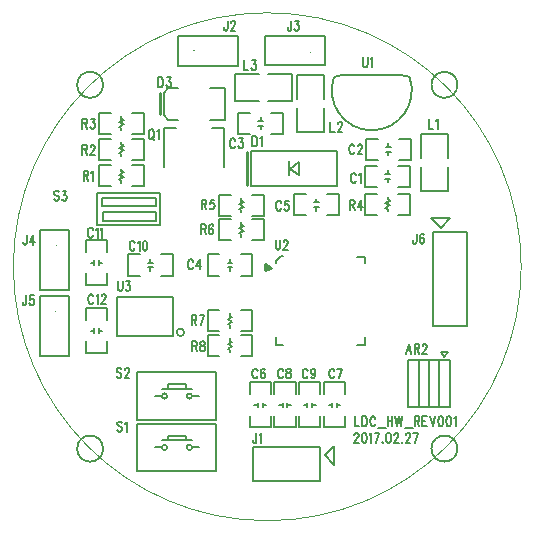
<source format=gbr>
*
*
G04 PADS 9.3 Build Number: 433611 generated Gerber (RS-274-X) file*
G04 PC Version=2.1*
*
%IN "LDC_HW_REV001.pcb"*%
*
%MOIN*%
*
%FSLAX35Y35*%
*
*
*
*
G04 PC Standard Apertures*
*
*
G04 Thermal Relief Aperture macro.*
%AMTER*
1,1,$1,0,0*
1,0,$1-$2,0,0*
21,0,$3,$4,0,0,45*
21,0,$3,$4,0,0,135*
%
*
*
G04 Annular Aperture macro.*
%AMANN*
1,1,$1,0,0*
1,0,$2,0,0*
%
*
*
G04 Odd Aperture macro.*
%AMODD*
1,1,$1,0,0*
1,0,$1-0.005,0,0*
%
*
*
G04 PC Custom Aperture Macros*
*
*
*
*
*
*
G04 PC Aperture Table*
*
%ADD010C,0.001*%
%ADD011C,0.005*%
%ADD035C,0.01*%
%ADD039C,0.00394*%
%ADD044C,0.00787*%
%ADD046C,0.00003*%
*
*
*
*
G04 PC Circuitry*
G04 Layer Name LDC_HW_REV001.pcb - circuitry*
%LPD*%
*
*
G04 PC Custom Flashes*
G04 Layer Name LDC_HW_REV001.pcb - flashes*
%LPD*%
*
*
G04 PC Circuitry*
G04 Layer Name LDC_HW_REV001.pcb - circuitry*
%LPD*%
*
G54D10*
G54D11*
G01X412874Y470551D02*
Y460827D01*
X392913*
Y470551*
X412874*
X412571Y449531D02*
Y457531D01*
X403571*
Y449531*
X412571Y446531D02*
Y438531D01*
X403571*
Y446531*
X400787Y424213D02*
Y428937D01*
X404331Y424276D02*
Y428708D01*
X401181Y426409*
X404331Y424276*
X416929Y420768D02*
X388189D01*
Y432382*
X416929*
Y420768*
X393823Y448846D02*
X401823D01*
Y457846*
X393823*
X390823Y448846D02*
X382823D01*
Y457846*
X390823*
X395079Y445079D02*
X399016D01*
Y437992*
X395079*
X387992D02*
X384055D01*
Y445079*
X387992*
X390748Y442323D02*
X392323D01*
X390748Y440748D02*
X392323D01*
X391535D02*
Y439567D01*
Y443504D02*
Y442323D01*
X411220Y322244D02*
X389071D01*
Y333661*
X411220*
Y322244*
X415945Y334055D02*
Y327756D01*
X412795Y330906*
X415945Y334055*
X453909Y429846D02*
Y437846D01*
X444909*
Y429846*
X453909Y426846D02*
Y418846D01*
X444909*
Y426846*
X437598Y436417D02*
X441535D01*
Y429331*
X437598*
X430512D02*
X426575D01*
Y436417*
X430512*
X433268Y433661D02*
X434843D01*
X433268Y432087D02*
X434843D01*
X434055D02*
Y430906D01*
Y434843D02*
Y433661D01*
X437402Y427362D02*
X441339D01*
Y420276*
X437402*
X430315D02*
X426378D01*
Y427362*
X430315*
X433071Y424606D02*
X434646D01*
X433071Y423031D02*
X434646D01*
X433858D02*
Y421850D01*
Y425787D02*
Y424606D01*
X350394Y341339D02*
X376772D01*
Y325591*
X350394*
Y341339*
X360329Y333465D02*
G75*
G03X360329I-880J0D01*
G01X368597D02*
G03X368597I-880J0D01*
G01X358661Y335827D02*
X368504D01*
X360630D02*
X366535D01*
Y337402*
X360630*
Y335827*
X356299Y333465D02*
X358661D01*
X368504D02*
X370866D01*
X350394Y358465D02*
X376772D01*
Y342717*
X350394*
Y358465*
X360329Y350591D02*
G03X360329I-880J0D01*
G01X368597D02*
G03X368597I-880J0D01*
G01X358661Y352953D02*
X368504D01*
X360630D02*
X366535D01*
Y354528*
X360630*
Y352953*
X356299Y350591D02*
X358661D01*
X368504D02*
X370866D01*
X362402Y370669D02*
X343504D01*
Y383661*
X362402*
Y370669*
X366009Y371850D02*
G03X366009I-1245J0D01*
G01X351181Y390748D02*
X347244D01*
Y397835*
X351181*
X358268D02*
X362205D01*
Y390748*
X358268*
X355512Y393504D02*
X353937D01*
X355512Y395079D02*
X353937D01*
X354724D02*
Y396260D01*
Y392323D02*
Y393504D01*
X333268Y398622D02*
Y402559D01*
X340354*
Y398622*
Y391535D02*
Y387598D01*
X333268*
Y391535*
X336024Y394291D02*
Y395866D01*
X337598Y394291D02*
Y395866D01*
Y395079D02*
X338780D01*
X334843D02*
X336024D01*
X333268Y375984D02*
Y379921D01*
X340354*
Y375984*
Y368898D02*
Y364961D01*
X333268*
Y368898*
X336024Y371654D02*
Y373228D01*
X337598Y371654D02*
Y373228D01*
Y372441D02*
X338780D01*
X334843D02*
X336024D01*
X318031Y405984D02*
X327756D01*
Y386024*
X318031*
Y405984*
X317835Y383937D02*
X327559D01*
Y363976*
X317835*
Y383937*
X384843Y371063D02*
X388780D01*
Y363976*
X384843*
X377756D02*
X373819D01*
Y371063*
X377756*
X381299Y365945D02*
Y365157D01*
Y369882D02*
Y369094D01*
X382087Y368701*
X380512Y367913*
X382087Y367126*
X380512Y366339*
X381299Y365945*
X384843Y379331D02*
X388780D01*
Y372244*
X384843*
X377756D02*
X373819D01*
Y379331*
X377756*
X381299Y374213D02*
Y373425D01*
Y378150D02*
Y377362D01*
X382087Y376969*
X380512Y376181*
X382087Y375394*
X380512Y374606*
X381299Y374213*
X358071Y418307D02*
Y407677D01*
X336811*
Y418307*
X358071*
X356496Y416732D02*
Y413976D01*
X338780*
Y416732*
X356496*
Y411811D02*
Y409055D01*
X338878*
Y411811*
X356496*
X388583Y417717D02*
X392520D01*
Y410630*
X388583*
X381496D02*
X377559D01*
Y417717*
X381496*
X385039Y412598D02*
Y411811D01*
Y416535D02*
Y415748D01*
X385827Y415354*
X384252Y414567*
X385827Y413780*
X384252Y412992*
X385039Y412598*
X388583Y409646D02*
X392520D01*
Y402559*
X388583*
X381496D02*
X377559D01*
Y409646*
X381496*
X385039Y404528D02*
Y403740D01*
Y408465D02*
Y407677D01*
X385827Y407283*
X384252Y406496*
X385827Y405709*
X384252Y404921*
X385039Y404528*
X460236Y405118D02*
Y374016D01*
X448819*
Y405118*
X460236*
X448425Y409843D02*
X454724D01*
X451575Y406693*
X448425Y409843*
X384843Y397835D02*
X388780D01*
Y390748*
X384843*
X377756D02*
X373819D01*
Y397835*
X377756*
X380512Y395079D02*
X382087D01*
X380512Y393504D02*
X382087D01*
X381299D02*
Y392323D01*
Y396260D02*
Y395079D01*
X430315Y411024D02*
X426378D01*
Y418110*
X430315*
X437402D02*
X441339D01*
Y411024*
X437402*
X433858Y416142D02*
Y416929D01*
Y412205D02*
Y412992D01*
X433071Y413386*
X434646Y414173*
X433071Y414961*
X434646Y415748*
X433858Y416142*
X454724Y362598D02*
X440551D01*
Y346850*
X454724*
Y362598*
X453788Y365214D02*
X452688Y363614D01*
X451588Y365214*
X453788*
X444438Y362598D02*
Y346850D01*
X450838Y362598D02*
Y346850D01*
X447638Y362598D02*
Y346850D01*
X413583Y417913D02*
X417520D01*
Y410827*
X413583*
X406496D02*
X402559D01*
Y417913*
X406496*
X409252Y415157D02*
X410827D01*
X409252Y413583D02*
X410827D01*
X410039D02*
Y412402D01*
Y416339D02*
Y415157D01*
X374491Y442781D02*
X379528D01*
Y453281*
X374491*
X364091Y442781D02*
X360752D01*
X359252Y444281*
Y451781*
X360752Y453281*
X364091*
X387795Y351181D02*
Y355118D01*
X394882*
Y351181*
Y344094D02*
Y340157D01*
X387795*
Y344094*
X390551Y346850D02*
Y348425D01*
X392126Y346850D02*
Y348425D01*
Y347638D02*
X393307D01*
X389370D02*
X390551D01*
X412598Y351181D02*
Y355118D01*
X419685*
Y351181*
Y344094D02*
Y340157D01*
X412598*
Y344094*
X415354Y346850D02*
Y348425D01*
X416929Y346850D02*
Y348425D01*
Y347638D02*
X418110D01*
X414173D02*
X415354D01*
X396063Y351181D02*
Y355118D01*
X403150*
Y351181*
Y344094D02*
Y340157D01*
X396063*
Y344094*
X398819Y346850D02*
Y348425D01*
X400394Y346850D02*
Y348425D01*
Y347638D02*
X401575D01*
X397638D02*
X398819D01*
X404331Y351181D02*
Y355118D01*
X411417*
Y351181*
Y344094D02*
Y340157D01*
X404331*
Y344094*
X407087Y346850D02*
Y348425D01*
X408661Y346850D02*
Y348425D01*
Y347638D02*
X409843D01*
X405906D02*
X407087D01*
X348622Y427559D02*
X352559D01*
Y420472*
X348622*
X341535D02*
X337598D01*
Y427559*
X341535*
X345079Y422441D02*
Y421654D01*
Y426378D02*
Y425591D01*
X345866Y425197*
X344291Y424409*
X345866Y423622*
X344291Y422835*
X345079Y422441*
X359291Y426874D02*
Y439874D01*
X363291*
X379291Y426874D02*
Y439874D01*
X375291*
X341535Y429331D02*
X337598D01*
Y436417*
X341535*
X348622D02*
X352559D01*
Y429331*
X348622*
X345079Y434449D02*
Y435236D01*
Y430512D02*
Y431299D01*
X344291Y431693*
X345866Y432480*
X344291Y433268*
X345866Y434055*
X345079Y434449*
X348622Y445079D02*
X352559D01*
Y437992*
X348622*
X341535D02*
X337598D01*
Y445079*
X341535*
X345079Y439961D02*
Y439173D01*
Y443898D02*
Y443110D01*
X345866Y442717*
X344291Y441929*
X345866Y441142*
X344291Y440354*
X345079Y439961*
X364094Y460748D02*
Y470472D01*
X384055*
Y460748*
X364094*
X338976Y454331D02*
G03X338976I-4330J0D01*
G01X457087D02*
G03X457087I-4331J0D01*
G01X338976Y333071D02*
G03X338976I-4330J0D01*
G01X457087D02*
G03X457087I-4331J0D01*
G01X418701Y457677D02*
X438386D01*
X441142Y456890*
X415940Y456875D02*
G03X441139Y456897I12603J-4364D01*
G01X415945Y456890D02*
X418701Y457677D01*
X401727Y475722D02*
Y473222D01*
X401613Y472753*
X401500Y472597*
X401272Y472441*
X401045*
X400818Y472597*
X400704Y472753*
X400591Y473222*
Y473535*
X402977Y475722D02*
X404227D01*
X403545Y474472*
X403886*
X404113Y474316*
X404227Y474160*
X404341Y473691*
Y473378*
X404227Y472910*
X404000Y472597*
X403659Y472441*
X403318*
X402977Y472597*
X402863Y472753*
X402750Y473066*
X414764Y442061D02*
Y438780D01*
X416127*
X417264Y441280D02*
Y441436D01*
X417377Y441748*
X417491Y441905*
X417718Y442061*
X418173*
X418400Y441905*
X418514Y441748*
X418627Y441436*
Y441123*
X418514Y440811*
X418287Y440342*
X417150Y438780*
X418741*
X388780Y437140D02*
Y433858D01*
Y437140D02*
X389575D01*
X389916Y436983*
X390143Y436671*
X390257Y436358*
X390370Y435890*
Y435108*
X390257Y434640*
X390143Y434327*
X389916Y434015*
X389575Y433858*
X388780*
X391393Y436515D02*
X391620Y436671D01*
X391961Y437140*
Y433858*
X386024Y462533D02*
Y459252D01*
X387387*
X388637Y462533D02*
X389887D01*
X389205Y461283*
X389546*
X389774Y461127*
X389887Y460971*
X390001Y460502*
Y460189*
X389887Y459721*
X389660Y459408*
X389319Y459252*
X388978*
X388637Y459408*
X388524Y459564*
X388410Y459877*
X383004Y435768D02*
X382890Y436080D01*
X382663Y436393*
X382436Y436549*
X381981*
X381754Y436393*
X381526Y436080*
X381413Y435768*
X381299Y435299*
Y434518*
X381413Y434049*
X381526Y433736*
X381754Y433424*
X381981Y433268*
X382436*
X382663Y433424*
X382890Y433736*
X383004Y434049*
X384254Y436549D02*
X385504D01*
X384822Y435299*
X385163*
X385390Y435143*
X385504Y434986*
X385617Y434518*
Y434205*
X385504Y433736*
X385276Y433424*
X384936Y433268*
X384595*
X384254Y433424*
X384140Y433580*
X384026Y433893*
X390113Y338124D02*
Y335624D01*
X389999Y335155*
X389885Y334999*
X389658Y334843*
X389431*
X389204Y334999*
X389090Y335155*
X388976Y335624*
Y335936*
X391135Y337499D02*
X391363Y337655D01*
X391704Y338124*
Y334843*
X396457Y402691D02*
Y400347D01*
X396570Y399878*
X396798Y399566*
X397139Y399409*
X397366*
X397707Y399566*
X397934Y399878*
X398048Y400347*
Y402691*
X399184Y401909D02*
Y402066D01*
X399298Y402378*
X399411Y402534*
X399639Y402691*
X400093*
X400320Y402534*
X400434Y402378*
X400548Y402066*
Y401753*
X400434Y401441*
X400207Y400972*
X399070Y399409*
X400661*
X447638Y443045D02*
Y439764D01*
X449001*
X450024Y442420D02*
X450251Y442576D01*
X450592Y443045*
Y439764*
X422768Y433799D02*
X422654Y434112D01*
X422427Y434424*
X422199Y434580*
X421745*
X421518Y434424*
X421290Y434112*
X421177Y433799*
X421063Y433330*
Y432549*
X421177Y432080*
X421290Y431768*
X421518Y431455*
X421745Y431299*
X422199*
X422427Y431455*
X422654Y431768*
X422768Y432080*
X423904Y433799D02*
Y433955D01*
X424018Y434268*
X424131Y434424*
X424358Y434580*
X424813*
X425040Y434424*
X425154Y434268*
X425268Y433955*
Y433643*
X425154Y433330*
X424927Y432862*
X423790Y431299*
X425381*
X423358Y424154D02*
X423244Y424466D01*
X423017Y424779*
X422790Y424935*
X422335*
X422108Y424779*
X421881Y424466*
X421767Y424154*
X421654Y423685*
Y422904*
X421767Y422435*
X421881Y422122*
X422108Y421810*
X422335Y421654*
X422790*
X423017Y421810*
X423244Y422122*
X423358Y422435*
X424381Y424310D02*
X424608Y424466D01*
X424949Y424935*
Y421654*
X345292Y341592D02*
X345064Y341905D01*
X344724Y342061*
X344269*
X343928Y341905*
X343701Y341592*
Y341280*
X343814Y340967*
X343928Y340811*
X344155Y340655*
X344837Y340342*
X345064Y340186*
X345178Y340030*
X345292Y339717*
Y339248*
X345064Y338936*
X344724Y338780*
X344269*
X343928Y338936*
X343701Y339248*
X346314Y341436D02*
X346542Y341592D01*
X346883Y342061*
Y338780*
X345095Y359505D02*
X344868Y359818D01*
X344527Y359974*
X344072*
X343731Y359818*
X343504Y359505*
Y359193*
X343618Y358880*
X343731Y358724*
X343958Y358568*
X344640Y358255*
X344868Y358099*
X344981Y357943*
X345095Y357630*
Y357162*
X344868Y356849*
X344527Y356693*
X344072*
X343731Y356849*
X343504Y357162*
X346231Y359193D02*
Y359349D01*
X346345Y359662*
X346458Y359818*
X346686Y359974*
X347140*
X347368Y359818*
X347481Y359662*
X347595Y359349*
Y359037*
X347481Y358724*
X347254Y358255*
X346118Y356693*
X347708*
X343898Y388911D02*
Y386567D01*
X344011Y386099*
X344239Y385786*
X344579Y385630*
X344807*
X345148Y385786*
X345375Y386099*
X345489Y386567*
Y388911*
X346739D02*
X347989D01*
X347307Y387661*
X347648*
X347875Y387505*
X347989Y387349*
X348102Y386880*
Y386567*
X347989Y386099*
X347761Y385786*
X347420Y385630*
X347079*
X346739Y385786*
X346625Y385942*
X346511Y386255*
X349539Y401516D02*
X349426Y401828D01*
X349198Y402141*
X348971Y402297*
X348516*
X348289Y402141*
X348062Y401828*
X347948Y401516*
X347835Y401047*
Y400266*
X347948Y399797*
X348062Y399484*
X348289Y399172*
X348516Y399016*
X348971*
X349198Y399172*
X349426Y399484*
X349539Y399797*
X350562Y401672D02*
X350789Y401828D01*
X351130Y402297*
Y399016*
X352835Y402297D02*
X352494Y402141D01*
X352266Y401672*
X352153Y400891*
Y400422*
X352266Y399641*
X352494Y399172*
X352835Y399016*
X353062*
X353403Y399172*
X353630Y399641*
X353744Y400422*
Y400891*
X353630Y401672*
X353403Y402141*
X353062Y402297*
X352835*
X335563Y405846D02*
X335449Y406159D01*
X335222Y406471*
X334995Y406628*
X334540*
X334313Y406471*
X334086Y406159*
X333972Y405846*
X333858Y405378*
Y404596*
X333972Y404128*
X334086Y403815*
X334313Y403503*
X334540Y403346*
X334995*
X335222Y403503*
X335449Y403815*
X335563Y404128*
X336586Y406003D02*
X336813Y406159D01*
X337154Y406628*
Y403346*
X338176Y406003D02*
X338404Y406159D01*
X338745Y406628*
Y403346*
X335760Y383799D02*
X335646Y384112D01*
X335419Y384424*
X335191Y384580*
X334737*
X334510Y384424*
X334282Y384112*
X334169Y383799*
X334055Y383330*
Y382549*
X334169Y382080*
X334282Y381768*
X334510Y381455*
X334737Y381299*
X335191*
X335419Y381455*
X335646Y381768*
X335760Y382080*
X336782Y383955D02*
X337010Y384112D01*
X337351Y384580*
Y381299*
X338487Y383799D02*
Y383955D01*
X338601Y384268*
X338714Y384424*
X338941Y384580*
X339396*
X339623Y384424*
X339737Y384268*
X339851Y383955*
Y383643*
X339737Y383330*
X339510Y382862*
X338373Y381299*
X339964*
X313538Y404266D02*
Y401766D01*
X313538D02*
X313424Y401297D01*
X313311Y401141*
X313311D02*
X313083Y400984D01*
X312856*
X312629Y401141*
X312629D02*
X312515Y401297D01*
X312402Y401766*
X312402D02*
Y402078D01*
X315697Y404266D02*
X314561Y402078D01*
X316265*
X315697Y404266D02*
Y400984D01*
X313341Y384187D02*
Y381687D01*
X313227Y381218*
X313114Y381062*
X312887Y380906*
X312659*
X312432Y381062*
X312318Y381218*
X312205Y381687*
Y381999*
X315841Y384187D02*
X314705D01*
X314591Y382781*
X314705Y382937*
X315046Y383093*
X315387*
X315727Y382937*
X315955Y382624*
X316068Y382156*
X315955Y381843*
X315841Y381374*
X315614Y381062*
X315273Y380906*
X314932*
X314591Y381062*
X314477Y381218*
X314364Y381531*
X368701Y368832D02*
Y365551D01*
Y368832D02*
X369724D01*
X370064Y368676*
X370178Y368520*
X370292Y368207*
Y367895*
X370178Y367582*
X370064Y367426*
X369724Y367270*
X368701*
X369496D02*
X370292Y365551D01*
X371883Y368832D02*
X371542Y368676D01*
X371428Y368364*
Y368051*
X371542Y367739*
X371769Y367582*
X372224Y367426*
X372564Y367270*
X372792Y366957*
X372905Y366645*
Y366176*
X372792Y365864*
X372678Y365707*
X372337Y365551*
X371883*
X371542Y365707*
X371428Y365864*
X371314Y366176*
Y366645*
X371428Y366957*
X371655Y367270*
X371996Y367426*
X372451Y367582*
X372678Y367739*
X372792Y368051*
Y368364*
X372678Y368676*
X372337Y368832*
X371883*
X368504Y377494D02*
Y374213D01*
Y377494D02*
X369527D01*
X369868Y377338*
X369981Y377181*
X370095Y376869*
Y376556*
X369981Y376244*
X369868Y376088*
X369527Y375931*
X368504*
X369299D02*
X370095Y374213D01*
X372708Y377494D02*
X371572Y374213D01*
X371118Y377494D02*
X372708D01*
X324229Y418561D02*
X324001Y418873D01*
X323661Y419029*
X323206*
X322865Y418873*
X322638Y418561*
Y418248*
X322751Y417936*
X322865Y417779*
X323092Y417623*
X323774Y417311*
X324001Y417154*
X324115Y416998*
X324229Y416686*
Y416217*
X324001Y415904*
X323661Y415748*
X323206*
X322865Y415904*
X322638Y416217*
X325479Y419029D02*
X326729D01*
X326047Y417779*
X326388*
X326615Y417623*
X326729Y417467*
X326842Y416998*
Y416686*
X326729Y416217*
X326501Y415904*
X326161Y415748*
X325820*
X325479Y415904*
X325365Y416061*
X325251Y416373*
X371850Y416077D02*
Y412795D01*
Y416077D02*
X372873D01*
X373214Y415920*
X373328Y415764*
X373441Y415452*
Y415139*
X373328Y414827*
X373214Y414670*
X372873Y414514*
X371850*
X372646D02*
X373441Y412795D01*
X375941Y416077D02*
X374805D01*
X374691Y414670*
X374805Y414827*
X375146Y414983*
X375487*
X375828Y414827*
X376055Y414514*
X376169Y414045*
X376055Y413733*
X375941Y413264*
X375714Y412952*
X375373Y412795*
X375032*
X374691Y412952*
X374578Y413108*
X374464Y413420*
X371654Y407809D02*
Y404528D01*
Y407809D02*
X372676D01*
X373017Y407653*
X373131Y407496*
X373244Y407184*
Y406871*
X373131Y406559*
X373017Y406403*
X372676Y406246*
X371654*
X372449D02*
X373244Y404528D01*
X375631Y407340D02*
X375517Y407653D01*
X375176Y407809*
X374949*
X374608Y407653*
X374381Y407184*
X374267Y406403*
Y405621*
X374381Y404996*
X374608Y404684*
X374949Y404528*
X375063*
X375404Y404684*
X375631Y404996*
X375744Y405465*
Y405621*
X375631Y406090*
X375404Y406403*
X375063Y406559*
X374949*
X374608Y406403*
X374381Y406090*
X374267Y405621*
X443459Y404659D02*
Y402159D01*
X443346Y401690*
X443232Y401534*
X443005Y401378*
X442777*
X442550Y401534*
X442436Y401690*
X442323Y402159*
Y402472*
X445846Y404190D02*
X445732Y404503D01*
X445391Y404659*
X445164*
X444823Y404503*
X444596Y404034*
X444482Y403253*
Y402472*
X444596Y401847*
X444823Y401534*
X445164Y401378*
X445277*
X445618Y401534*
X445846Y401847*
X445959Y402315*
Y402472*
X445846Y402940*
X445618Y403253*
X445277Y403409*
X445164*
X444823Y403253*
X444596Y402940*
X444482Y402472*
X369027Y395413D02*
X368914Y395726D01*
X368686Y396038*
X368459Y396195*
X368005*
X367777Y396038*
X367550Y395726*
X367436Y395413*
X367323Y394945*
Y394163*
X367436Y393695*
X367550Y393382*
X367777Y393070*
X368005Y392913*
X368459*
X368686Y393070*
X368914Y393382*
X369027Y393695*
X371186Y396195D02*
X370050Y394007D01*
X371755*
X371186Y396195D02*
Y392913D01*
X421260Y415880D02*
Y412598D01*
Y415880D02*
X422283D01*
X422623Y415723*
X422737Y415567*
X422851Y415255*
Y414942*
X422737Y414630*
X422623Y414473*
X422283Y414317*
X421260*
X422055D02*
X422851Y412598D01*
X425010Y415880D02*
X423873Y413692D01*
X425578*
X425010Y415880D02*
Y412598D01*
X440870Y368045D02*
X439961Y364764D01*
X440870Y368045D02*
X441779Y364764D01*
X440302Y365858D02*
X441438D01*
X442802Y368045D02*
Y364764D01*
Y368045D02*
X443824D01*
X444165Y367889*
X444279Y367733*
X444392Y367420*
Y367108*
X444279Y366795*
X444165Y366639*
X443824Y366483*
X442802*
X443597D02*
X444392Y364764D01*
X445529Y367264D02*
Y367420D01*
X445642Y367733*
X445756Y367889*
X445983Y368045*
X446438*
X446665Y367889*
X446779Y367733*
X446892Y367420*
Y367108*
X446779Y366795*
X446552Y366326*
X445415Y364764*
X447006*
X398358Y414902D02*
X398244Y415214D01*
X398017Y415527*
X397790Y415683*
X397335*
X397108Y415527*
X396881Y415214*
X396767Y414902*
X396654Y414433*
Y413652*
X396767Y413183*
X396881Y412870*
X397108Y412558*
X397335Y412402*
X397790*
X398017Y412558*
X398244Y412870*
X398358Y413183*
X400858Y415683D02*
X399722D01*
X399608Y414277*
X399722Y414433*
X400063Y414589*
X400404*
X400744Y414433*
X400972Y414120*
X401085Y413652*
X400972Y413339*
X400858Y412870*
X400631Y412558*
X400290Y412402*
X399949*
X399608Y412558*
X399494Y412714*
X399381Y413027*
X357407Y456840D02*
Y453559D01*
Y456840D02*
X358202D01*
X358543Y456684*
X358770Y456371*
X358884Y456059*
X358998Y455590*
Y454809*
X358884Y454340*
X358770Y454027*
X358543Y453715*
X358202Y453559*
X357407*
X360248Y456840D02*
X361498D01*
X360816Y455590*
X361157*
X361384Y455434*
X361498Y455277*
X361611Y454809*
Y454496*
X361498Y454027*
X361270Y453715*
X360929Y453559*
X360588*
X360248Y453715*
X360134Y453871*
X360020Y454184*
X390484Y358996D02*
X390370Y359309D01*
X390143Y359621*
X389916Y359777*
X389461*
X389234Y359621*
X389007Y359309*
X388893Y358996*
X388780Y358527*
Y357746*
X388893Y357277*
X389007Y356965*
X389234Y356652*
X389461Y356496*
X389916*
X390143Y356652*
X390370Y356965*
X390484Y357277*
X392870Y359309D02*
X392757Y359621D01*
X392416Y359777*
X392189*
X391848Y359621*
X391620Y359152*
X391507Y358371*
Y357590*
X391620Y356965*
X391848Y356652*
X392189Y356496*
X392302*
X392643Y356652*
X392870Y356965*
X392984Y357434*
Y357590*
X392870Y358059*
X392643Y358371*
X392302Y358527*
X392189*
X391848Y358371*
X391620Y358059*
X391507Y357590*
X416075Y358996D02*
X415961Y359309D01*
X415734Y359621*
X415506Y359777*
X415052*
X414825Y359621*
X414597Y359309*
X414484Y358996*
X414370Y358527*
Y357746*
X414484Y357277*
X414597Y356965*
X414825Y356652*
X415052Y356496*
X415506*
X415734Y356652*
X415961Y356965*
X416075Y357277*
X418688Y359777D02*
X417552Y356496D01*
X417097Y359777D02*
X418688D01*
X398949Y358996D02*
X398835Y359309D01*
X398608Y359621*
X398380Y359777*
X397926*
X397699Y359621*
X397471Y359309*
X397358Y358996*
X397244Y358527*
Y357746*
X397358Y357277*
X397471Y356965*
X397699Y356652*
X397926Y356496*
X398380*
X398608Y356652*
X398835Y356965*
X398949Y357277*
X400540Y359777D02*
X400199Y359621D01*
X400085Y359309*
Y358996*
X400199Y358684*
X400426Y358527*
X400880Y358371*
X401221Y358215*
X401449Y357902*
X401562Y357590*
Y357121*
X401449Y356809*
X401335Y356652*
X400994Y356496*
X400540*
X400199Y356652*
X400085Y356809*
X399971Y357121*
Y357590*
X400085Y357902*
X400312Y358215*
X400653Y358371*
X401108Y358527*
X401335Y358684*
X401449Y358996*
Y359309*
X401335Y359621*
X400994Y359777*
X400540*
X407216Y358996D02*
X407103Y359309D01*
X406875Y359621*
X406648Y359777*
X406194*
X405966Y359621*
X405739Y359309*
X405625Y358996*
X405512Y358527*
Y357746*
X405625Y357277*
X405739Y356965*
X405966Y356652*
X406194Y356496*
X406648*
X406875Y356652*
X407103Y356965*
X407216Y357277*
X409716Y358684D02*
X409603Y358215D01*
X409375Y357902*
X409035Y357746*
X408921*
X408580Y357902*
X408353Y358215*
X408239Y358684*
Y358840*
X408353Y359309*
X408580Y359621*
X408921Y359777*
X409035*
X409375Y359621*
X409603Y359309*
X409716Y358684*
Y357902*
X409603Y357121*
X409375Y356652*
X409035Y356496*
X408807*
X408466Y356652*
X408353Y356965*
X332480Y425722D02*
Y422441D01*
Y425722D02*
X333503D01*
X333844Y425566*
X333958Y425410*
X334071Y425097*
Y424785*
X333958Y424472*
X333844Y424316*
X333503Y424160*
X332480*
X333276D02*
X334071Y422441D01*
X335094Y425097D02*
X335321Y425253D01*
X335662Y425722*
Y422441*
X354816Y439502D02*
X354588Y439345D01*
X354361Y439033*
X354247Y438720*
X354134Y438252*
Y437470*
X354247Y437002*
X354361Y436689*
X354588Y436377*
X354816Y436220*
X355270*
X355497Y436377*
X355725Y436689*
X355838Y437002*
X355952Y437470*
Y438252*
X355838Y438720*
X355725Y439033*
X355497Y439345*
X355270Y439502*
X354816*
X355157Y436845D02*
X355838Y435908D01*
X356975Y438877D02*
X357202Y439033D01*
X357543Y439502*
Y436220*
X332087Y434384D02*
Y431102D01*
Y434384D02*
X333109D01*
X333450Y434227*
X333564Y434071*
X333678Y433759*
Y433446*
X333564Y433134*
X333450Y432977*
X333109Y432821*
X332087*
X332882D02*
X333678Y431102D01*
X334814Y433602D02*
Y433759D01*
X334928Y434071*
X335041Y434227*
X335268Y434384*
X335723*
X335950Y434227*
X336064Y434071*
X336178Y433759*
Y433446*
X336064Y433134*
X335837Y432665*
X334700Y431102*
X336291*
X332087Y443045D02*
Y439764D01*
Y443045D02*
X333109D01*
X333450Y442889*
X333564Y442733*
X333678Y442420*
Y442108*
X333564Y441795*
X333450Y441639*
X333109Y441483*
X332087*
X332882D02*
X333678Y439764D01*
X334928Y443045D02*
X336178D01*
X335496Y441795*
X335837*
X336064Y441639*
X336178Y441483*
X336291Y441014*
Y440701*
X336178Y440233*
X335950Y439920*
X335609Y439764*
X335268*
X334928Y439920*
X334814Y440076*
X334700Y440389*
X380467Y475722D02*
Y473222D01*
X380353Y472753*
X380240Y472597*
X380013Y472441*
X379785*
X379558Y472597*
X379444Y472753*
X379331Y473222*
Y473535*
X381603Y474941D02*
Y475097D01*
X381717Y475410*
X381831Y475566*
X382058Y475722*
X382513*
X382740Y475566*
X382853Y475410*
X382967Y475097*
Y474785*
X382853Y474472*
X382626Y474003*
X381490Y472441*
X383081*
X425591Y463517D02*
Y461174D01*
X425704Y460705*
X425931Y460392*
X426272Y460236*
X426500*
X426841Y460392*
X427068Y460705*
X427181Y461174*
Y463517*
X428204Y462892D02*
X428431Y463049D01*
X428772Y463517*
Y460236*
X423031Y343832D02*
Y340551D01*
X424395*
X425418Y343832D02*
Y340551D01*
Y343832D02*
X426213D01*
X426554Y343676*
X426781Y343364*
X426895Y343051*
X427009Y342582*
Y341801*
X426895Y341332*
X426781Y341020*
X426554Y340707*
X426213Y340551*
X425418*
X429736Y343051D02*
X429622Y343364D01*
X429395Y343676*
X429168Y343832*
X428713*
X428486Y343676*
X428259Y343364*
X428145Y343051*
X428031Y342582*
Y341801*
X428145Y341332*
X428259Y341020*
X428486Y340707*
X428713Y340551*
X429168*
X429395Y340707*
X429622Y341020*
X429736Y341332*
X430759Y339926D02*
X433145D01*
X433827Y343832D02*
Y340551D01*
X435418Y343832D02*
Y340551D01*
X433827Y342270D02*
X435418D01*
X436441Y343832D02*
X437009Y340551D01*
X437577Y343832D02*
X437009Y340551D01*
X437577Y343832D02*
X438145Y340551D01*
X438713Y343832D02*
X438145Y340551D01*
X439736Y339926D02*
X442122D01*
X442804Y343832D02*
Y340551D01*
Y343832D02*
X443827D01*
X444168Y343676*
X444281Y343520*
X444395Y343207*
Y342895*
X444281Y342582*
X444168Y342426*
X443827Y342270*
X442804*
X443600D02*
X444395Y340551D01*
X445418Y343832D02*
Y340551D01*
Y343832D02*
X446895D01*
X445418Y342270D02*
X446327D01*
X445418Y340551D02*
X446895D01*
X447918Y343832D02*
X448827Y340551D01*
X449736Y343832D02*
X448827Y340551D01*
X451441Y343832D02*
X451100Y343676D01*
X450872Y343207*
X450759Y342426*
Y341957*
X450872Y341176*
X451100Y340707*
X451441Y340551*
X451668*
X452009Y340707*
X452236Y341176*
X452350Y341957*
Y342426*
X452236Y343207*
X452009Y343676*
X451668Y343832*
X451441*
X454054D02*
X453713Y343676D01*
X453486Y343207*
X453372Y342426*
Y341957*
X453486Y341176*
X453713Y340707*
X454054Y340551*
X454281*
X454622Y340707*
X454850Y341176*
X454963Y341957*
Y342426*
X454850Y343207*
X454622Y343676*
X454281Y343832*
X454054*
X455986Y343207D02*
X456213Y343364D01*
X456554Y343832*
Y340551*
X422751Y337539D02*
Y337696D01*
X422865Y338008*
X422979Y338164*
X423206Y338321*
X423661*
X423888Y338164*
X424001Y338008*
X424115Y337696*
Y337383*
X424001Y337071*
X423774Y336602*
X422638Y335039*
X424229*
X425933Y338321D02*
X425592Y338164D01*
X425365Y337696*
X425251Y336914*
Y336446*
X425365Y335664*
X425592Y335196*
X425933Y335039*
X426161*
X426501Y335196*
X426729Y335664*
X426842Y336446*
Y336914*
X426729Y337696*
X426501Y338164*
X426161Y338321*
X425933*
X427865Y337696D02*
X428092Y337852D01*
X428433Y338321*
Y335039*
X431047Y338321D02*
X429911Y335039D01*
X429456Y338321D02*
X431047D01*
X432183Y335352D02*
X432070Y335196D01*
X432183Y335039*
X432297Y335196*
X432183Y335352*
X434001Y338321D02*
X433661Y338164D01*
X433433Y337696*
X433320Y336914*
Y336446*
X433433Y335664*
X433661Y335196*
X434001Y335039*
X434229*
X434570Y335196*
X434797Y335664*
X434911Y336446*
Y336914*
X434797Y337696*
X434570Y338164*
X434229Y338321*
X434001*
X436047Y337539D02*
Y337696D01*
X436161Y338008*
X436274Y338164*
X436501Y338321*
X436956*
X437183Y338164*
X437297Y338008*
X437411Y337696*
Y337383*
X437297Y337071*
X437070Y336602*
X435933Y335039*
X437524*
X438661Y335352D02*
X438547Y335196D01*
X438661Y335039*
X438774Y335196*
X438661Y335352*
X439911Y337539D02*
Y337696D01*
X440024Y338008*
X440138Y338164*
X440365Y338321*
X440820*
X441047Y338164*
X441161Y338008*
X441274Y337696*
Y337383*
X441161Y337071*
X440933Y336602*
X439797Y335039*
X441388*
X444001Y338321D02*
X442865Y335039D01*
X442411Y338321D02*
X444001D01*
G54D35*
X387008Y421063D02*
Y432087D01*
X392874Y394488D02*
X394921Y393386D01*
X392874Y392559*
Y394488*
X357874Y444488D02*
Y451575D01*
G54D39*
X478346Y393701D02*
G03X478346I-84645J0D01*
G54D44*
G01X399114Y397244D02*
X398130D01*
X396654Y395768*
Y394783*
X426181Y370177D02*
Y367717D01*
X423720*
X399114D02*
X396654D01*
Y370177*
X423780Y397047D02*
X426142D01*
Y394882*
G54D46*
X407867Y465392D02*
Y465408D01*
X407868Y465411*
Y465412*
X407870Y465413*
X407871*
X407873Y465412*
Y465411*
X407874Y465408*
Y465406*
X407859Y465392D02*
X407851D01*
X407855Y465400*
X407853*
X407852Y465401*
X407851Y465402*
X407850Y465405*
Y465407*
X407851Y465410*
X407852Y465412*
X407855Y465413*
X407857*
X407859Y465412*
X407860Y465411*
Y465409*
X323191Y400977D02*
X323175D01*
X323172Y400978*
X323171*
X323170Y400980*
Y400981*
X323171Y400983*
X323172Y400984*
X323175*
X323177*
X323191Y400963D02*
X323177Y400971D01*
Y400960*
X323191Y400963D02*
X323170D01*
X322994Y378930D02*
X322978D01*
X322975Y378931*
X322974*
X322973Y378933*
Y378934*
X322974Y378936*
X322975*
X322978Y378937*
X322980*
X322994Y378914D02*
Y378921D01*
X322985Y378922*
X322986Y378921*
X322987Y378919*
Y378917*
X322986Y378915*
X322984Y378913*
X322981*
X322979*
X322976Y378914*
X322974Y378915*
X322973Y378918*
Y378920*
X322974Y378922*
X322975Y378923*
X322977*
X369102Y465907D02*
Y465892D01*
X369101Y465889*
X369100Y465888*
X369099Y465887*
X369097*
X369096Y465888*
X369095Y465889*
X369094Y465892*
Y465894*
X369109Y465902D02*
Y465903D01*
X369110Y465905*
Y465906*
X369112Y465907*
X369115*
X369116Y465906*
X369117Y465905*
X369118Y465903*
Y465901*
X369117Y465899*
X369115Y465897*
X369108Y465887*
X369118*
G74*
X0Y0D02*
M02*

</source>
